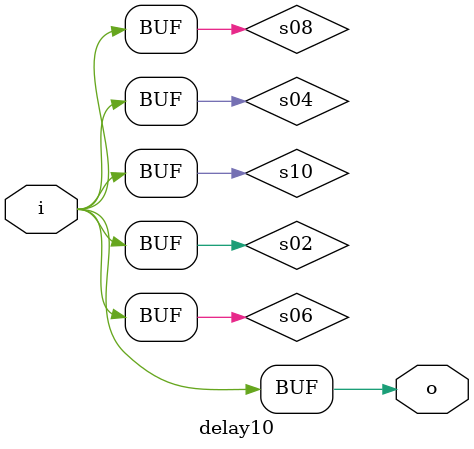
<source format=v>
module delay10(
	input wire i,
	output wire o
	);

wire s01 = ~i /* synthesis keep */; 
wire s02 = ~s01 /* synthesis keep */; 
wire s03 = ~s02 /* synthesis keep */; 
wire s04 = ~s03 /* synthesis keep */; 
wire s05 = ~s04 /* synthesis keep */; 
wire s06 = ~s05 /* synthesis keep */; 
wire s07 = ~s06 /* synthesis keep */; 
wire s08 = ~s07 /* synthesis keep */; 
wire s09 = ~s08 /* synthesis keep */; 
wire s10 = ~s09 /* synthesis keep */; 
assign o = s10 /* synthesis keep */; 

endmodule
</source>
